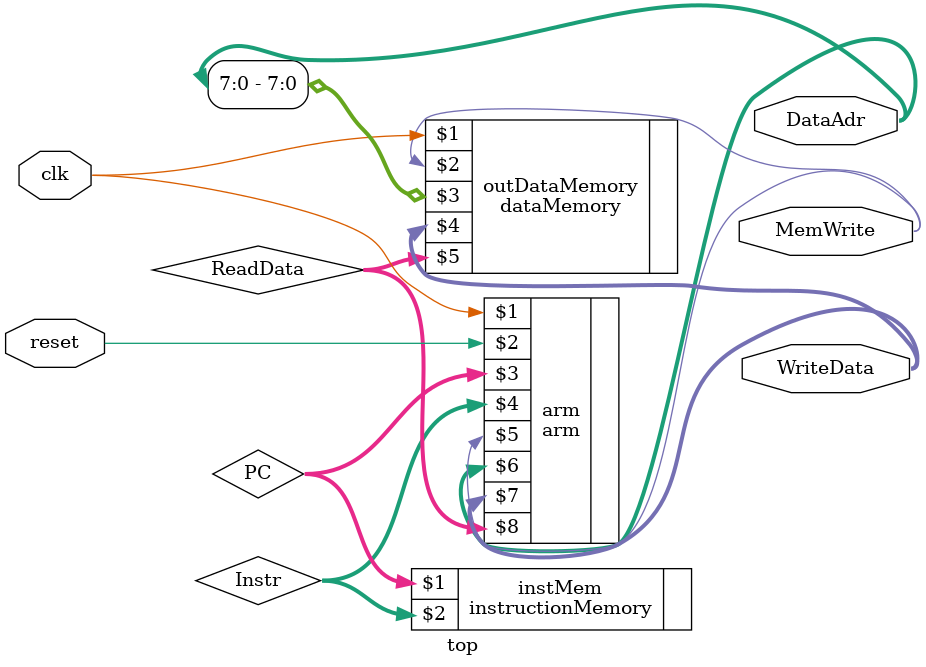
<source format=sv>
module top(input  logic        clk, reset, 
           output logic [31:0] WriteData, DataAdr, 
           output logic        MemWrite);

	logic [31:0] PC, Instr, ReadData;
  
  // instantiate processor and memories
	arm arm(clk, reset, PC, Instr, MemWrite, DataAdr, 
          WriteData, ReadData);

	instructionMemory instMem(PC, Instr);
	dataMemory outDataMemory(clk, MemWrite, DataAdr[7:0], WriteData, ReadData);
	
endmodule
</source>
